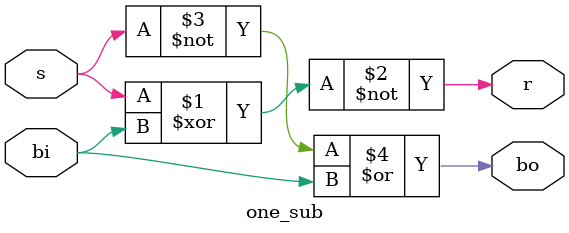
<source format=v>
module one_sub (
	input s, bi,
	output r, bo
);
	assign r = ~(s ^ bi);
	assign bo = ~s | bi;

endmodule
</source>
